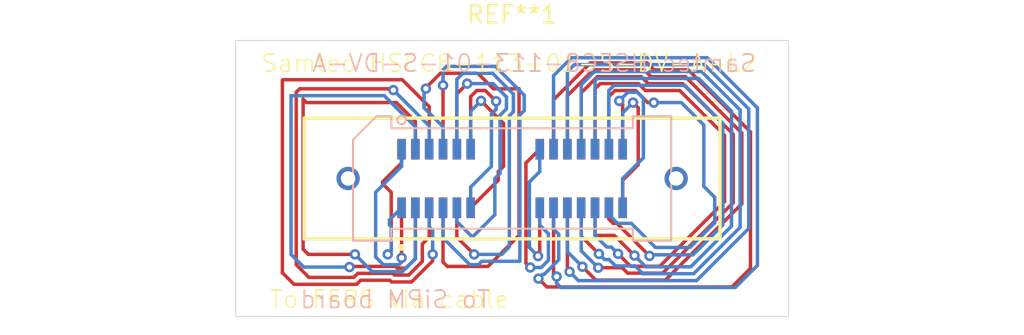
<source format=kicad_pcb>
(kicad_pcb (version 20240108) (generator "pcbnew") (generator_version "8.0")
  (layers (0 "F.Cu" signal) (31 "B.Cu" signal) (34 "B.Paste" user) (35 "F.Paste" user) (36 "B.SilkS" user "B.Silkscreen") (37 "F.SilkS" user "F.Silkscreen") (38 "B.Mask" user) (39 "F.Mask" user) (44 "Edge.Cuts" user))
  (net 0 "")
  (net 1 "net1")
  (net 2 "net2")
  (net 3 "net4")
  (net 4 "net6")
  (net 5 "net8")
  (net 6 "net10")
  (net 7 "net12")
  (net 8 "net3")
  (net 9 "net5")
  (net 10 "net7")
  (net 11 "net11")
  (net 12 "net9")
  (net 13 "net13")
  (net 14 "net15")
  (net 15 "net17")
  (net 16 "net19")
  (net 17 "net21")
  (net 18 "net23")
  (net 19 "net25")
  (net 20 "net14")
  (net 21 "net16")
  (net 22 "net18")
  (net 23 "net20")
  (net 24 "net22")
  (net 25 "net24")
  (net 26 "net26")
  (footprint "Connector_Samtec_HSEC8:SAMTEC_HSEC8-113-01-X-DV-A-L2" (layer "F.Cu") (at 130 70)
    (property "Reference" "REF**1" (at 0 -9.5 0) (layer "F.SilkS"))
    (property "Value" "SAMTEC_HSEC8-113-01-X-DV-A-L2")
    (fp_line (start -12.035 -3.5) (end 12.035 -3.5) (stroke (width 0.2)) (layer "F.SilkS"))
    (fp_line (start -12.035 3.5) (end -12.035 -3.5) (stroke (width 0.2)) (layer "F.SilkS"))
    (fp_line (start 12.035 -3.5) (end 12.035 3.5) (stroke (width 0.2)) (layer "F.SilkS"))
    (fp_line (start 12.035 3.5) (end -12.035 3.5) (stroke (width 0.2)) (layer "F.SilkS"))
    (fp_circle (center -6.4 4) (end -6.3 4) (stroke (width 0.2)) (fill none) (layer "F.SilkS"))
    (pad "" np_thru_hole circle (at -10.745 1.5) (size 1.27 1.27) (drill 1.27) (layers "F&B.Cu" "*.Mask"))
    (pad "" np_thru_hole circle (at 10.745 1.5) (size 1.27 1.27) (drill 1.27) (layers "F&B.Cu" "*.Mask"))
    (pad "01" smd rect (at -6.4 1.7) (size 0.5 1.2) (layers "F.Cu" "F.Paste" "F.Mask") (net 1 "net1"))
    (pad "02" smd rect (at -6.4 -1.7) (size 0.5 1.2) (layers "F.Cu" "F.Paste" "F.Mask") (net 2 "net2"))
    (pad "03" smd rect (at -5.6 1.7) (size 0.5 1.2) (layers "F.Cu" "F.Paste" "F.Mask") (net 8 "net3"))
    (pad "04" smd rect (at -5.6 -1.7) (size 0.5 1.2) (layers "F.Cu" "F.Paste" "F.Mask") (net 3 "net4"))
    (pad "05" smd rect (at -4.8 1.7) (size 0.5 1.2) (layers "F.Cu" "F.Paste" "F.Mask") (net 9 "net5"))
    (pad "06" smd rect (at -4.8 -1.7) (size 0.5 1.2) (layers "F.Cu" "F.Paste" "F.Mask") (net 4 "net6"))
    (pad "07" smd rect (at -4 1.7) (size 0.5 1.2) (layers "F.Cu" "F.Paste" "F.Mask") (net 10 "net7"))
    (pad "08" smd rect (at -4 -1.7) (size 0.5 1.2) (layers "F.Cu" "F.Paste" "F.Mask") (net 5 "net8"))
    (pad "09" smd rect (at -3.2 1.7) (size 0.5 1.2) (layers "F.Cu" "F.Paste" "F.Mask") (net 12 "net9"))
    (pad "10" smd rect (at -3.2 -1.7) (size 0.5 1.2) (layers "F.Cu" "F.Paste" "F.Mask") (net 6 "net10"))
    (pad "11" smd rect (at -2.4 1.7) (size 0.5 1.2) (layers "F.Cu" "F.Paste" "F.Mask") (net 11 "net11"))
    (pad "12" smd rect (at -2.4 -1.7) (size 0.5 1.2) (layers "F.Cu" "F.Paste" "F.Mask") (net 7 "net12"))
    (pad "13" smd rect (at 1.6 1.7) (size 0.5 1.2) (layers "F.Cu" "F.Paste" "F.Mask") (net 13 "net13"))
    (pad "14" smd rect (at 1.6 -1.7) (size 0.5 1.2) (layers "F.Cu" "F.Paste" "F.Mask") (net 20 "net14"))
    (pad "15" smd rect (at 2.4 1.7) (size 0.5 1.2) (layers "F.Cu" "F.Paste" "F.Mask") (net 14 "net15"))
    (pad "16" smd rect (at 2.4 -1.7) (size 0.5 1.2) (layers "F.Cu" "F.Paste" "F.Mask") (net 21 "net16"))
    (pad "17" smd rect (at 3.2 1.7) (size 0.5 1.2) (layers "F.Cu" "F.Paste" "F.Mask") (net 15 "net17"))
    (pad "18" smd rect (at 3.2 -1.7) (size 0.5 1.2) (layers "F.Cu" "F.Paste" "F.Mask") (net 22 "net18"))
    (pad "19" smd rect (at 4 1.7) (size 0.5 1.2) (layers "F.Cu" "F.Paste" "F.Mask") (net 16 "net19"))
    (pad "20" smd rect (at 4 -1.7) (size 0.5 1.2) (layers "F.Cu" "F.Paste" "F.Mask") (net 23 "net20"))
    (pad "21" smd rect (at 4.8 1.7) (size 0.5 1.2) (layers "F.Cu" "F.Paste" "F.Mask") (net 17 "net21"))
    (pad "22" smd rect (at 4.8 -1.7) (size 0.5 1.2) (layers "F.Cu" "F.Paste" "F.Mask") (net 24 "net22"))
    (pad "23" smd rect (at 5.6 1.7) (size 0.5 1.2) (layers "F.Cu" "F.Paste" "F.Mask") (net 18 "net23"))
    (pad "24" smd rect (at 5.6 -1.7) (size 0.5 1.2) (layers "F.Cu" "F.Paste" "F.Mask") (net 25 "net24"))
    (pad "25" smd rect (at 6.4 1.7) (size 0.5 1.2) (layers "F.Cu" "F.Paste" "F.Mask") (net 19 "net25"))
    (pad "26" smd rect (at 6.4 -1.7) (size 0.5 1.2) (layers "F.Cu" "F.Paste" "F.Mask") (net 26 "net26"))
    (pad "S1" thru_hole circle (at -9.495 0) (size 1.348 1.348) (drill 0.84) (layers "*.Cu" "*.Mask"))
    (pad "S2" thru_hole circle (at 9.495 0) (size 1.348 1.348) (drill 0.84) (layers "*.Cu" "*.Mask"))
  )
  (footprint "Connector_Samtec_HSEC8:Samtec_HSEC8-113-01-X-DV-A_2x13_P0.8mm_Pol06_Socket_AlignmentPins" (layer "B.Cu") (at 130 70)
    (property "Reference" "REF**" (hide yes))
    (property "Value" "Samtec_HSEC8-113-01-X-DV-A_2x13_P0.8mm_Pol06_Socket_AlignmentPins")
    (fp_line (start -9.21 -2.245563) (end -7.845563 -3.61) (stroke (width 0.12)) (layer "B.SilkS"))
    (fp_line (start -9.21 3.61) (end -9.21 -2.245563) (stroke (width 0.12)) (layer "B.SilkS"))
    (fp_line (start -7.845563 -3.61) (end -6.99 -3.61) (stroke (width 0.12)) (layer "B.SilkS"))
    (fp_line (start -6.99 -3.61) (end -6.99 -2.91) (stroke (width 0.12)) (layer "B.SilkS"))
    (fp_line (start -6.99 -2.91) (end 6.99 -2.91) (stroke (width 0.12)) (layer "B.SilkS"))
    (fp_line (start -6.99 2.91) (end -6.99 3.61) (stroke (width 0.12)) (layer "B.SilkS"))
    (fp_line (start -6.99 3.61) (end -9.21 3.61) (stroke (width 0.12)) (layer "B.SilkS"))
    (fp_line (start 6.99 -3.61) (end 9.21 -3.61) (stroke (width 0.12)) (layer "B.SilkS"))
    (fp_line (start 6.99 -2.91) (end 6.99 -3.61) (stroke (width 0.12)) (layer "B.SilkS"))
    (fp_line (start 6.99 2.91) (end -6.99 2.91) (stroke (width 0.12)) (layer "B.SilkS"))
    (fp_line (start 6.99 3.61) (end 6.99 2.91) (stroke (width 0.12)) (layer "B.SilkS"))
    (fp_line (start 9.21 -3.61) (end 9.21 3.61) (stroke (width 0.12)) (layer "B.SilkS"))
    (fp_line (start 9.21 3.61) (end 6.99 3.61) (stroke (width 0.12)) (layer "B.SilkS"))
    (fp_arc (start -6.15 -3.4) (mid -6.65 -3.4) (end -6.15 -3.4) (stroke (width 0.12)) (layer "B.SilkS"))
    (pad "" np_thru_hole circle (at -7.9 -1.5) (size 1.27 1.27) (drill 1.27) (layers "*.Cu" "*.Mask"))
    (pad "" np_thru_hole circle (at 7.9 0) (size 1.27 1.27) (drill 1.27) (layers "*.Cu" "*.Mask"))
    (pad "1" smd roundrect (at -6.4 -1.7) (size 0.5 1.2) (layers "B.Cu" "B.Paste" "B.Mask") (net 1 "net1"))
    (pad "2" smd roundrect (at -6.4 1.7) (size 0.5 1.2) (layers "B.Cu" "B.Paste" "B.Mask") (net 2 "net2"))
    (pad "3" smd roundrect (at -5.6 -1.7) (size 0.5 1.2) (layers "B.Cu" "B.Paste" "B.Mask") (net 8 "net3"))
    (pad "4" smd roundrect (at -5.6 1.7) (size 0.5 1.2) (layers "B.Cu" "B.Paste" "B.Mask") (net 3 "net4"))
    (pad "5" smd roundrect (at -4.8 -1.7) (size 0.5 1.2) (layers "B.Cu" "B.Paste" "B.Mask") (net 9 "net5"))
    (pad "6" smd roundrect (at -4.8 1.7) (size 0.5 1.2) (layers "B.Cu" "B.Paste" "B.Mask") (net 4 "net6"))
    (pad "7" smd roundrect (at -4 -1.7) (size 0.5 1.2) (layers "B.Cu" "B.Paste" "B.Mask") (net 10 "net7"))
    (pad "8" smd roundrect (at -4 1.7) (size 0.5 1.2) (layers "B.Cu" "B.Paste" "B.Mask") (net 5 "net8"))
    (pad "9" smd roundrect (at -3.2 -1.7) (size 0.5 1.2) (layers "B.Cu" "B.Paste" "B.Mask") (net 12 "net9"))
    (pad "10" smd roundrect (at -3.2 1.7) (size 0.5 1.2) (layers "B.Cu" "B.Paste" "B.Mask") (net 6 "net10"))
    (pad "11" smd roundrect (at -2.4 -1.7) (size 0.5 1.2) (layers "B.Cu" "B.Paste" "B.Mask") (net 11 "net11"))
    (pad "12" smd roundrect (at -2.4 1.7) (size 0.5 1.2) (layers "B.Cu" "B.Paste" "B.Mask") (net 7 "net12"))
    (pad "13" smd roundrect (at 1.6 -1.7) (size 0.5 1.2) (layers "B.Cu" "B.Paste" "B.Mask") (net 13 "net13"))
    (pad "14" smd roundrect (at 1.6 1.7) (size 0.5 1.2) (layers "B.Cu" "B.Paste" "B.Mask") (net 20 "net14"))
    (pad "15" smd roundrect (at 2.4 -1.7) (size 0.5 1.2) (layers "B.Cu" "B.Paste" "B.Mask") (net 14 "net15"))
    (pad "16" smd roundrect (at 2.4 1.7) (size 0.5 1.2) (layers "B.Cu" "B.Paste" "B.Mask") (net 21 "net16"))
    (pad "17" smd roundrect (at 3.2 -1.7) (size 0.5 1.2) (layers "B.Cu" "B.Paste" "B.Mask") (net 15 "net17"))
    (pad "18" smd roundrect (at 3.2 1.7) (size 0.5 1.2) (layers "B.Cu" "B.Paste" "B.Mask") (net 22 "net18"))
    (pad "19" smd roundrect (at 4 -1.7) (size 0.5 1.2) (layers "B.Cu" "B.Paste" "B.Mask") (net 16 "net19"))
    (pad "20" smd roundrect (at 4 1.7) (size 0.5 1.2) (layers "B.Cu" "B.Paste" "B.Mask") (net 23 "net20"))
    (pad "21" smd roundrect (at 4.8 -1.7) (size 0.5 1.2) (layers "B.Cu" "B.Paste" "B.Mask") (net 17 "net21"))
    (pad "22" smd roundrect (at 4.8 1.7) (size 0.5 1.2) (layers "B.Cu" "B.Paste" "B.Mask") (net 24 "net22"))
    (pad "23" smd roundrect (at 5.6 -1.7) (size 0.5 1.2) (layers "B.Cu" "B.Paste" "B.Mask") (net 18 "net23"))
    (pad "24" smd roundrect (at 5.6 1.7) (size 0.5 1.2) (layers "B.Cu" "B.Paste" "B.Mask") (net 25 "net24"))
    (pad "25" smd roundrect (at 6.4 -1.7) (size 0.5 1.2) (layers "B.Cu" "B.Paste" "B.Mask") (net 19 "net25"))
    (pad "26" smd roundrect (at 6.4 1.7) (size 0.5 1.2) (layers "B.Cu" "B.Paste" "B.Mask") (net 26 "net26"))
  )
  (gr_rect (start 114 62) (end 146 78) (stroke (width 0.05)) (fill none) (layer "Edge.Cuts"))
  (gr_text "To SiPM board" (at 128.8 77.6 0) (layer "B.SilkS") (effects (font (size 1 1) (thickness 0.1)) (justify left bottom mirror)))
  (gr_text "Samtec HSEC8-113-01-S-DV-A" (at 144.2 63.9 0) (layer "B.SilkS") (effects (font (size 1 1) (thickness 0.1)) (justify left bottom mirror)))
  (gr_text "Samtec HSEC8-113-01-S-DV-A-L2" (at 115.4 63.9 0) (layer "F.SilkS") (effects (font (size 1 1) (thickness 0.1)) (justify left bottom)))
  (gr_text "To FERS via cable" (at 115.9 77.6 0) (layer "F.SilkS") (effects (font (size 1 1) (thickness 0.1)) (justify left bottom)))
  (segment (start 123.6 71.7) (end 123.6 74.6) (width 0.2) (layer "F.Cu") (net 1))
  (via (at 123.6 74.6) (size 0.6) (drill 0.3) (layers "F.Cu" "B.Cu") (net 1))
  (segment (start 123.6 69.3) (end 123.6 68.3) (width 0.2) (layer "B.Cu") (net 1))
  (segment (start 123.6 74.6) (end 123.6 74.848529) (width 0.2) (layer "B.Cu") (net 1))
  (segment (start 122.551471 75) (end 122.1 74.548529) (width 0.2) (layer "B.Cu") (net 1))
  (segment (start 123.6 74.848529) (end 123.448529 75) (width 0.2) (layer "B.Cu") (net 1))
  (segment (start 122.1 74.548529) (end 122.1 70.8) (width 0.2) (layer "B.Cu") (net 1))
  (segment (start 123.448529 75) (end 122.551471 75) (width 0.2) (layer "B.Cu") (net 1))
  (segment (start 122.1 70.8) (end 123.6 69.3) (width 0.2) (layer "B.Cu") (net 1))
  (segment (start 123.6 69.1) (end 123.6 68.3) (width 0.2) (layer "F.Cu") (net 2))
  (segment (start 123 74.2) (end 123 70.8) (width 0.2) (layer "F.Cu") (net 2))
  (segment (start 122.5 70.3) (end 122.5 70.2) (width 0.2) (layer "F.Cu") (net 2))
  (segment (start 123 70.8) (end 122.5 70.3) (width 0.2) (layer "F.Cu") (net 2))
  (segment (start 122.8 74.4) (end 123 74.2) (width 0.2) (layer "F.Cu") (net 2))
  (segment (start 122.5 70.2) (end 123.6 69.1) (width 0.2) (layer "F.Cu") (net 2))
  (via (at 122.8 74.4) (size 0.6) (drill 0.3) (layers "F.Cu" "B.Cu") (net 2))
  (segment (start 122.9 72.7) (end 122.9 72.4) (width 0.2) (layer "B.Cu") (net 2))
  (segment (start 122.9 72.4) (end 123.6 71.7) (width 0.2) (layer "B.Cu") (net 2))
  (segment (start 122.8 74.4) (end 123 74.2) (width 0.2) (layer "B.Cu") (net 2))
  (segment (start 123 74.2) (end 123 72.8) (width 0.2) (layer "B.Cu") (net 2))
  (segment (start 123 72.8) (end 122.9 72.7) (width 0.2) (layer "B.Cu") (net 2))
  (segment (start 123.3 65.6) (end 124.4 66.7) (width 0.2) (layer "F.Cu") (net 3))
  (segment (start 118.2 74.4) (end 117.9 74.1) (width 0.2) (layer "F.Cu") (net 3))
  (segment (start 118.1 65.6) (end 123.3 65.6) (width 0.2) (layer "F.Cu") (net 3))
  (segment (start 117.9 74.1) (end 117.9 65.4) (width 0.2) (layer "F.Cu") (net 3))
  (segment (start 117.9 65.4) (end 118.1 65.6) (width 0.2) (layer "F.Cu") (net 3))
  (segment (start 120.9 74.4) (end 118.2 74.4) (width 0.2) (layer "F.Cu") (net 3))
  (segment (start 124.4 66.7) (end 124.4 68.3) (width 0.2) (layer "F.Cu") (net 3))
  (via (at 120.9 74.4) (size 0.6) (drill 0.3) (layers "F.Cu" "B.Cu") (net 3))
  (segment (start 124.4 74.648529) (end 124.4 71.7) (width 0.2) (layer "B.Cu") (net 3))
  (segment (start 121.9 75.4) (end 123.648529 75.4) (width 0.2) (layer "B.Cu") (net 3))
  (segment (start 120.9 74.4) (end 121.9 75.4) (width 0.2) (layer "B.Cu") (net 3))
  (segment (start 123.648529 75.4) (end 124.4 74.648529) (width 0.2) (layer "B.Cu") (net 3))
  (segment (start 125.4 74.7799) (end 124.1799 76) (width 0.2) (layer "F.Cu") (net 4))
  (segment (start 120.999079 76.135318) (end 117.369632 76.135318) (width 0.2) (layer "F.Cu") (net 4))
  (segment (start 123.64142 64.275735) (end 125.2 65.834315) (width 0.2) (layer "F.Cu") (net 4))
  (segment (start 116.724265 64.275735) (end 123.64142 64.275735) (width 0.2) (layer "F.Cu") (net 4))
  (segment (start 116.7 64.3) (end 116.724265 64.275735) (width 0.2) (layer "F.Cu") (net 4))
  (segment (start 124.1799 76) (end 123.0201 76) (width 0.2) (layer "F.Cu") (net 4))
  (segment (start 117.369632 76.135318) (end 116.7 75.465686) (width 0.2) (layer "F.Cu") (net 4))
  (segment (start 116.7 75.465686) (end 116.7 64.3) (width 0.2) (layer "F.Cu") (net 4))
  (segment (start 122.9201 75.9) (end 121.234397 75.9) (width 0.2) (layer "F.Cu") (net 4))
  (segment (start 125.4 74.4) (end 125.4 74.7799) (width 0.2) (layer "F.Cu") (net 4))
  (segment (start 121.234397 75.9) (end 120.999079 76.135318) (width 0.2) (layer "F.Cu") (net 4))
  (segment (start 123.0201 76) (end 122.9201 75.9) (width 0.2) (layer "F.Cu") (net 4))
  (segment (start 125.2 65.834315) (end 125.2 68.3) (width 0.2) (layer "F.Cu") (net 4))
  (via (at 125.4 74.4) (size 0.6) (drill 0.3) (layers "F.Cu" "B.Cu") (net 4))
  (segment (start 125.4 73) (end 125.2 72.8) (width 0.2) (layer "B.Cu") (net 4))
  (segment (start 125.4 74.4) (end 125.4 73) (width 0.2) (layer "B.Cu") (net 4))
  (segment (start 125.2 72.8) (end 125.2 71.7) (width 0.2) (layer "B.Cu") (net 4))
  (segment (start 126 68.3) (end 126 64.6) (width 0.2) (layer "F.Cu") (net 5))
  (via (at 126 64.6) (size 0.6) (drill 0.3) (layers "F.Cu" "B.Cu") (net 5))
  (segment (start 130.45 66.315686) (end 130.45 74.8) (width 0.2) (layer "B.Cu") (net 5))
  (segment (start 130.472469 64.944039) (end 130.7 65.171571) (width 0.2) (layer "B.Cu") (net 5))
  (segment (start 127.551471 75) (end 126.175735 73.624265) (width 0.2) (layer "B.Cu") (net 5))
  (segment (start 126 73.44853) (end 126.175735 73.624265) (width 0.2) (layer "B.Cu") (net 5))
  (segment (start 129.02843 63.5) (end 130.472469 64.944039) (width 0.2) (layer "B.Cu") (net 5))
  (segment (start 130.7 65.171571) (end 130.7 66.065686) (width 0.2) (layer "B.Cu") (net 5))
  (segment (start 128.248529 74.8) (end 128.048529 75) (width 0.2) (layer "B.Cu") (net 5))
  (segment (start 126 63.7) (end 126.2 63.5) (width 0.2) (layer "B.Cu") (net 5))
  (segment (start 126.2 63.5) (end 129.02843 63.5) (width 0.2) (layer "B.Cu") (net 5))
  (segment (start 126 71.7) (end 126 73.44853) (width 0.2) (layer "B.Cu") (net 5))
  (segment (start 126 64.6) (end 126 63.7) (width 0.2) (layer "B.Cu") (net 5))
  (segment (start 130.7 66.065686) (end 130.45 66.315686) (width 0.2) (layer "B.Cu") (net 5))
  (segment (start 130.45 74.8) (end 128.248529 74.8) (width 0.2) (layer "B.Cu") (net 5))
  (segment (start 126.175735 73.624265) (end 126 73.448529) (width 0.2) (layer "B.Cu") (net 5))
  (segment (start 128.048529 75) (end 127.551471 75) (width 0.2) (layer "B.Cu") (net 5))
  (segment (start 126.8 65.1) (end 126.8 68.3) (width 0.2) (layer "F.Cu") (net 6))
  (segment (start 127.4 64.5) (end 126.8 65.1) (width 0.2) (layer "F.Cu") (net 6))
  (via (at 127.4 64.5) (size 0.6) (drill 0.3) (layers "F.Cu" "B.Cu") (net 6))
  (segment (start 127.4 64.5) (end 128.897058 64.5) (width 0.2) (layer "B.Cu") (net 6))
  (segment (start 126.8 72.5) (end 126.8 71.7) (width 0.2) (layer "B.Cu") (net 6))
  (segment (start 129 70) (end 129 72.1) (width 0.2) (layer "B.Cu") (net 6))
  (segment (start 127.7 73.4) (end 126.8 72.5) (width 0.2) (layer "B.Cu") (net 6))
  (segment (start 129.3 69.7) (end 129 70) (width 0.2) (layer "B.Cu") (net 6))
  (segment (start 129.672469 65.961845) (end 129.3 66.334314) (width 0.2) (layer "B.Cu") (net 6))
  (segment (start 129.672469 65.275411) (end 129.672469 65.961845) (width 0.2) (layer "B.Cu") (net 6))
  (segment (start 128.897058 64.5) (end 129.672469 65.275411) (width 0.2) (layer "B.Cu") (net 6))
  (segment (start 129 72.1) (end 127.7 73.4) (width 0.2) (layer "B.Cu") (net 6))
  (segment (start 129.3 66.334314) (end 129.3 69.7) (width 0.2) (layer "B.Cu") (net 6))
  (segment (start 129.072469 65.52394) (end 128.448529 64.9) (width 0.2) (layer "F.Cu") (net 7))
  (segment (start 127.6 65.251471) (end 127.6 68.3) (width 0.2) (layer "F.Cu") (net 7))
  (segment (start 128.448529 64.9) (end 127.951471 64.9) (width 0.2) (layer "F.Cu") (net 7))
  (segment (start 127.951471 64.9) (end 127.6 65.251471) (width 0.2) (layer "F.Cu") (net 7))
  (via (at 129.072469 65.52394) (size 0.6) (drill 0.3) (layers "F.Cu" "B.Cu") (net 7))
  (segment (start 128.8 66.268628) (end 128.8 69.3) (width 0.2) (layer "B.Cu") (net 7))
  (segment (start 127.6 70.5) (end 127.6 71.7) (width 0.2) (layer "B.Cu") (net 7))
  (segment (start 128.8 69.3) (end 127.6 70.5) (width 0.2) (layer "B.Cu") (net 7))
  (segment (start 129.072469 65.52394) (end 129.072469 65.996159) (width 0.2) (layer "B.Cu") (net 7))
  (segment (start 129.072469 65.996159) (end 128.8 66.268628) (width 0.2) (layer "B.Cu") (net 7))
  (segment (start 123.351471 75.2) (end 123.848529 75.2) (width 0.2) (layer "F.Cu") (net 8))
  (segment (start 120.620182 75.1) (end 123.251471 75.1) (width 0.2) (layer "F.Cu") (net 8))
  (segment (start 120.584864 75.135318) (end 120.620182 75.1) (width 0.2) (layer "F.Cu") (net 8))
  (segment (start 123.848529 75.2) (end 124.4 74.648529) (width 0.2) (layer "F.Cu") (net 8))
  (segment (start 124.4 74.648529) (end 124.4 71.7) (width 0.2) (layer "F.Cu") (net 8))
  (segment (start 123.251471 75.1) (end 123.351471 75.2) (width 0.2) (layer "F.Cu") (net 8))
  (via (at 120.584864 75.135318) (size 0.6) (drill 0.3) (layers "F.Cu" "B.Cu") (net 8))
  (segment (start 117.2 74.4) (end 117.2 65.2) (width 0.2) (layer "B.Cu") (net 8))
  (segment (start 120.584864 75.135318) (end 117.935318 75.135318) (width 0.2) (layer "B.Cu") (net 8))
  (segment (start 122.6 65.2) (end 124.4 67) (width 0.2) (layer "B.Cu") (net 8))
  (segment (start 117.2 65.2) (end 122.6 65.2) (width 0.2) (layer "B.Cu") (net 8))
  (segment (start 124.4 67) (end 124.4 68.3) (width 0.2) (layer "B.Cu") (net 8))
  (segment (start 117.935318 75.135318) (end 117.2 74.4) (width 0.2) (layer "B.Cu") (net 8))
  (segment (start 117.7 64.8) (end 117.5 65) (width 0.2) (layer "F.Cu") (net 9))
  (segment (start 123.185785 75.6) (end 124.014215 75.6) (width 0.2) (layer "F.Cu") (net 9))
  (segment (start 124.8 73.8) (end 125.2 73.4) (width 0.2) (layer "F.Cu") (net 9))
  (segment (start 117.5 65) (end 117.5 75) (width 0.2) (layer "F.Cu") (net 9))
  (segment (start 123.085785 75.5) (end 123.185785 75.6) (width 0.2) (layer "F.Cu") (net 9))
  (segment (start 124.248529 75.365685) (end 124.8 74.814215) (width 0.2) (layer "F.Cu") (net 9))
  (segment (start 124.8 74.814215) (end 124.8 73.8) (width 0.2) (layer "F.Cu") (net 9))
  (segment (start 123.04853 64.8) (end 117.7 64.8) (width 0.2) (layer "F.Cu") (net 9))
  (segment (start 123.124265 64.875735) (end 123.04853 64.8) (width 0.2) (layer "F.Cu") (net 9))
  (segment (start 118.235318 75.735318) (end 120.833393 75.735318) (width 0.2) (layer "F.Cu") (net 9))
  (segment (start 117.5 75) (end 118.235318 75.735318) (width 0.2) (layer "F.Cu") (net 9))
  (segment (start 125.2 73.4) (end 125.2 71.7) (width 0.2) (layer "F.Cu") (net 9))
  (segment (start 121.068711 75.5) (end 123.085785 75.5) (width 0.2) (layer "F.Cu") (net 9))
  (segment (start 124.014215 75.6) (end 124.248529 75.365685) (width 0.2) (layer "F.Cu") (net 9))
  (segment (start 120.833393 75.735318) (end 121.068711 75.5) (width 0.2) (layer "F.Cu") (net 9))
  (via (at 123.124265 64.875735) (size 0.6) (drill 0.3) (layers "F.Cu" "B.Cu") (net 9))
  (segment (start 123.124265 64.875735) (end 125.2 66.95147) (width 0.2) (layer "B.Cu") (net 9))
  (segment (start 125.2 66.95147) (end 125.2 68.3) (width 0.2) (layer "B.Cu") (net 9))
  (segment (start 130.4 64.8) (end 130.4 73.3) (width 0.2) (layer "F.Cu") (net 10))
  (segment (start 128.914215 64.8) (end 130.4 64.8) (width 0.2) (layer "F.Cu") (net 10))
  (segment (start 126.251471 75.1) (end 126 74.848529) (width 0.2) (layer "F.Cu") (net 10))
  (segment (start 125.007107 64.744364) (end 125.851471 63.9) (width 0.2) (layer "F.Cu") (net 10))
  (segment (start 130.4 73.3) (end 128.6 75.1) (width 0.2) (layer "F.Cu") (net 10))
  (segment (start 128.6 75.1) (end 126.251471 75.1) (width 0.2) (layer "F.Cu") (net 10))
  (segment (start 126 74.848529) (end 126 71.7) (width 0.2) (layer "F.Cu") (net 10))
  (segment (start 125.851471 63.9) (end 128.014215 63.9) (width 0.2) (layer "F.Cu") (net 10))
  (segment (start 128.014215 63.9) (end 128.914215 64.8) (width 0.2) (layer "F.Cu") (net 10))
  (segment (start 125.007107 64.792893) (end 125.007107 64.744364) (width 0.2) (layer "F.Cu") (net 10))
  (via (at 125.007107 64.792893) (size 0.6) (drill 0.3) (layers "F.Cu" "B.Cu") (net 10))
  (segment (start 125.007107 64.792893) (end 124.9 64.9) (width 0.2) (layer "B.Cu") (net 10))
  (segment (start 126 67) (end 126 68.3) (width 0.2) (layer "B.Cu") (net 10))
  (segment (start 124.9 64.9) (end 124.9 65.9) (width 0.2) (layer "B.Cu") (net 10))
  (segment (start 124.9 65.9) (end 126 67) (width 0.2) (layer "B.Cu") (net 10))
  (segment (start 129.2 70.1) (end 127.6 71.7) (width 0.2) (layer "F.Cu") (net 11))
  (segment (start 129.2 69.6) (end 129.2 70.1) (width 0.2) (layer "F.Cu") (net 11))
  (segment (start 129.5 69.3) (end 129.2 69.6) (width 0.2) (layer "F.Cu") (net 11))
  (segment (start 129.5 66.8) (end 129.5 69.3) (width 0.2) (layer "F.Cu") (net 11))
  (segment (start 128.2 65.5) (end 129.5 66.8) (width 0.2) (layer "F.Cu") (net 11))
  (via (at 128.2 65.5) (size 0.6) (drill 0.3) (layers "F.Cu" "B.Cu") (net 11))
  (segment (start 127.6 66.1) (end 127.6 68.3) (width 0.2) (layer "B.Cu") (net 11))
  (segment (start 128.2 65.5) (end 127.6 66.1) (width 0.2) (layer "B.Cu") (net 11))
  (segment (start 126.8 73.4) (end 126.8 71.7) (width 0.2) (layer "F.Cu") (net 12))
  (segment (start 127.8 74.4) (end 126.8 73.4) (width 0.2) (layer "F.Cu") (net 12))
  (via (at 127.8 74.4) (size 0.6) (drill 0.3) (layers "F.Cu" "B.Cu") (net 12))
  (segment (start 127.151471 63.9) (end 126.8 64.251471) (width 0.2) (layer "B.Cu") (net 12))
  (segment (start 129.838154 73.961846) (end 129.838154 66.361845) (width 0.2) (layer "B.Cu") (net 12))
  (segment (start 127.8 74.4) (end 129.4 74.4) (width 0.2) (layer "B.Cu") (net 12))
  (segment (start 130.072469 65.109725) (end 128.862744 63.9) (width 0.2) (layer "B.Cu") (net 12))
  (segment (start 130.072469 66.127531) (end 130.072469 65.109725) (width 0.2) (layer "B.Cu") (net 12))
  (segment (start 128.862744 63.9) (end 127.151471 63.9) (width 0.2) (layer "B.Cu") (net 12))
  (segment (start 129.838154 66.361845) (end 130.072469 66.127531) (width 0.2) (layer "B.Cu") (net 12))
  (segment (start 129.4 74.4) (end 129.838154 73.961846) (width 0.2) (layer "B.Cu") (net 12))
  (segment (start 126.8 64.251471) (end 126.8 68.3) (width 0.2) (layer "B.Cu") (net 12))
  (segment (start 131.6 74.4) (end 131.6 71.7) (width 0.2) (layer "F.Cu") (net 13))
  (segment (start 131.5 74.5) (end 131.6 74.4) (width 0.2) (layer "F.Cu") (net 13))
  (via (at 131.5 74.5) (size 0.6) (drill 0.3) (layers "F.Cu" "B.Cu") (net 13))
  (segment (start 131.6 69.6) (end 131.6 68.3) (width 0.2) (layer "B.Cu") (net 13))
  (segment (start 131 74) (end 131 70.2) (width 0.2) (layer "B.Cu") (net 13))
  (segment (start 131 70.2) (end 131.6 69.6) (width 0.2) (layer "B.Cu") (net 13))
  (segment (start 131.5 74.5) (end 131 74) (width 0.2) (layer "B.Cu") (net 13))
  (segment (start 132.575949 75.686795) (end 132.4 75.510846) (width 0.2) (layer "F.Cu") (net 14))
  (segment (start 132.4 75.510846) (end 132.4 71.7) (width 0.2) (layer "F.Cu") (net 14))
  (via (at 132.575949 75.686795) (size 0.6) (drill 0.3) (layers "F.Cu" "B.Cu") (net 14))
  (segment (start 132.821314 76.321314) (end 142.921314 76.321314) (width 0.2) (layer "B.Cu") (net 14))
  (segment (start 142.921314 76.321314) (end 144.2 75.042628) (width 0.2) (layer "B.Cu") (net 14))
  (segment (start 144.2 65.902942) (end 141.297058 63) (width 0.2) (layer "B.Cu") (net 14))
  (segment (start 132.4 64.037257) (end 132.4 68.3) (width 0.2) (layer "B.Cu") (net 14))
  (segment (start 132.8 63.637256) (end 132.4 64.037257) (width 0.2) (layer "B.Cu") (net 14))
  (segment (start 132.575949 75.686795) (end 132.575949 76.075949) (width 0.2) (layer "B.Cu") (net 14))
  (segment (start 141.297058 63) (end 133.437256 63) (width 0.2) (layer "B.Cu") (net 14))
  (segment (start 132.575949 76.075949) (end 132.821314 76.321314) (width 0.2) (layer "B.Cu") (net 14))
  (segment (start 144.2 75.042628) (end 144.2 65.902942) (width 0.2) (layer "B.Cu") (net 14))
  (segment (start 133.437256 63) (end 132.8 63.637256) (width 0.2) (layer "B.Cu") (net 14))
  (segment (start 133.325463 75.407101) (end 133.2 75.281638) (width 0.2) (layer "F.Cu") (net 15))
  (segment (start 133.2 75.281638) (end 133.2 71.7) (width 0.2) (layer "F.Cu") (net 15))
  (via (at 133.325463 75.407101) (size 0.6) (drill 0.3) (layers "F.Cu" "B.Cu") (net 15))
  (segment (start 133.325463 75.407101) (end 133.839676 75.921314) (width 0.2) (layer "B.Cu") (net 15))
  (segment (start 133.2 63.802942) (end 133.401471 63.601471) (width 0.2) (layer "B.Cu") (net 15))
  (segment (start 143.7 72.897058) (end 143.7 65.968628) (width 0.2) (layer "B.Cu") (net 15))
  (segment (start 133.2 68.3) (end 133.2 63.802942) (width 0.2) (layer "B.Cu") (net 15))
  (segment (start 133.602942 63.4) (end 133.401471 63.601471) (width 0.2) (layer "B.Cu") (net 15))
  (segment (start 141.131372 63.4) (end 133.602942 63.4) (width 0.2) (layer "B.Cu") (net 15))
  (segment (start 143.7 65.968628) (end 141.131372 63.4) (width 0.2) (layer "B.Cu") (net 15))
  (segment (start 133.401471 63.601471) (end 133.2 63.802943) (width 0.2) (layer "B.Cu") (net 15))
  (segment (start 133.839676 75.921314) (end 140.675744 75.921314) (width 0.2) (layer "B.Cu") (net 15))
  (segment (start 140.675744 75.921314) (end 143.7 72.897058) (width 0.2) (layer "B.Cu") (net 15))
  (segment (start 135.025735 74.374265) (end 134 73.34853) (width 0.2) (layer "F.Cu") (net 16))
  (segment (start 134 73.34853) (end 134 71.7) (width 0.2) (layer "F.Cu") (net 16))
  (via (at 135.025735 74.374265) (size 0.6) (drill 0.3) (layers "F.Cu" "B.Cu") (net 16))
  (segment (start 143.2 72.831372) (end 143.2 66.034314) (width 0.2) (layer "B.Cu") (net 16))
  (segment (start 140.510058 75.521314) (end 143.2 72.831372) (width 0.2) (layer "B.Cu") (net 16))
  (segment (start 134.768628 63.8) (end 134 64.568629) (width 0.2) (layer "B.Cu") (net 16))
  (segment (start 137.119072 75.069597) (end 137.570789 75.521314) (width 0.2) (layer "B.Cu") (net 16))
  (segment (start 137.570789 75.521314) (end 140.510058 75.521314) (width 0.2) (layer "B.Cu") (net 16))
  (segment (start 135.618102 74.699999) (end 135.9877 75.069597) (width 0.2) (layer "B.Cu") (net 16))
  (segment (start 135.9877 75.069597) (end 137.119072 75.069597) (width 0.2) (layer "B.Cu") (net 16))
  (segment (start 140.965686 63.8) (end 134.768628 63.8) (width 0.2) (layer "B.Cu") (net 16))
  (segment (start 135.351469 74.699999) (end 135.618102 74.699999) (width 0.2) (layer "B.Cu") (net 16))
  (segment (start 134 64.568629) (end 134 68.3) (width 0.2) (layer "B.Cu") (net 16))
  (segment (start 135.025735 74.374265) (end 135.351469 74.699999) (width 0.2) (layer "B.Cu") (net 16))
  (segment (start 143.2 66.034314) (end 140.965686 63.8) (width 0.2) (layer "B.Cu") (net 16))
  (segment (start 135.915161 73.3) (end 134.8 73.3) (width 0.2) (layer "F.Cu") (net 17))
  (segment (start 137.084758 74.469597) (end 135.915161 73.3) (width 0.2) (layer "F.Cu") (net 17))
  (segment (start 134.8 73.3) (end 134.8 71.7) (width 0.2) (layer "F.Cu") (net 17))
  (via (at 137.084758 74.469597) (size 0.6) (drill 0.3) (layers "F.Cu" "B.Cu") (net 17))
  (segment (start 142.7 66.1) (end 140.8 64.2) (width 0.2) (layer "B.Cu") (net 17))
  (segment (start 140.344372 75.121314) (end 142.7 72.765686) (width 0.2) (layer "B.Cu") (net 17))
  (segment (start 140.8 64.2) (end 134.934314 64.2) (width 0.2) (layer "B.Cu") (net 17))
  (segment (start 137.084758 74.469597) (end 137.736475 75.121314) (width 0.2) (layer "B.Cu") (net 17))
  (segment (start 134.934314 64.2) (end 134.8 64.334314) (width 0.2) (layer "B.Cu") (net 17))
  (segment (start 134.8 64.334314) (end 134.8 68.3) (width 0.2) (layer "B.Cu") (net 17))
  (segment (start 142.7 72.765686) (end 142.7 66.1) (width 0.2) (layer "B.Cu") (net 17))
  (segment (start 137.736475 75.121314) (end 140.344372 75.121314) (width 0.2) (layer "B.Cu") (net 17))
  (segment (start 135.85 72.6) (end 135.6 72.35) (width 0.2) (layer "F.Cu") (net 18))
  (segment (start 135.6 72.35) (end 135.6 71.7) (width 0.2) (layer "F.Cu") (net 18))
  (segment (start 137.95359 74.489899) (end 136.063691 72.6) (width 0.2) (layer "F.Cu") (net 18))
  (segment (start 136.063691 72.6) (end 135.85 72.6) (width 0.2) (layer "F.Cu") (net 18))
  (via (at 137.95359 74.489899) (size 0.6) (drill 0.3) (layers "F.Cu" "B.Cu") (net 18))
  (segment (start 135.9 64.6) (end 135.6 64.9) (width 0.2) (layer "B.Cu") (net 18))
  (segment (start 140.475735 74.424265) (end 142.2 72.7) (width 0.2) (layer "B.Cu") (net 18))
  (segment (start 140 64.6) (end 135.9 64.6) (width 0.2) (layer "B.Cu") (net 18))
  (segment (start 142.2 66.8) (end 140 64.6) (width 0.2) (layer "B.Cu") (net 18))
  (segment (start 138.019224 74.424265) (end 140.475735 74.424265) (width 0.2) (layer "B.Cu") (net 18))
  (segment (start 137.95359 74.489899) (end 138.019224 74.424265) (width 0.2) (layer "B.Cu") (net 18))
  (segment (start 142.2 72.7) (end 142.2 66.8) (width 0.2) (layer "B.Cu") (net 18))
  (segment (start 135.6 64.9) (end 135.6 68.3) (width 0.2) (layer "B.Cu") (net 18))
  (segment (start 137.3 69.207) (end 136.4 70.107) (width 0.2) (layer "F.Cu") (net 19))
  (segment (start 136.4 70.107) (end 136.4 71.7) (width 0.2) (layer "F.Cu") (net 19))
  (segment (start 137 65.6) (end 137.3 65.9) (width 0.2) (layer "F.Cu") (net 19))
  (segment (start 137.3 65.9) (end 137.3 69.207) (width 0.2) (layer "F.Cu") (net 19))
  (via (at 137 65.6) (size 0.6) (drill 0.3) (layers "F.Cu" "B.Cu") (net 19))
  (segment (start 137 65.6) (end 136.4 66.2) (width 0.2) (layer "B.Cu") (net 19))
  (segment (start 136.4 66.2) (end 136.4 68.3) (width 0.2) (layer "B.Cu") (net 19))
  (segment (start 131.05 75.161437) (end 130.8 74.911437) (width 0.2) (layer "F.Cu") (net 20))
  (segment (start 130.8 74.911437) (end 130.8 69.1) (width 0.2) (layer "F.Cu") (net 20))
  (segment (start 130.8 69.1) (end 131.6 68.3) (width 0.2) (layer "F.Cu") (net 20))
  (via (at 131.05 75.161437) (size 0.6) (drill 0.3) (layers "F.Cu" "B.Cu") (net 20))
  (segment (start 132.1 74.748529) (end 132.1 73.2) (width 0.2) (layer "B.Cu") (net 20))
  (segment (start 131.05 75.161437) (end 131.687092 75.161437) (width 0.2) (layer "B.Cu") (net 20))
  (segment (start 131.6 72.7) (end 131.6 71.7) (width 0.2) (layer "B.Cu") (net 20))
  (segment (start 132.1 73.2) (end 131.6 72.7) (width 0.2) (layer "B.Cu") (net 20))
  (segment (start 131.687092 75.161437) (end 132.1 74.748529) (width 0.2) (layer "B.Cu") (net 20))
  (segment (start 137.811273 63.3) (end 134.534314 63.3) (width 0.2) (layer "F.Cu") (net 21))
  (segment (start 140.197058 63.7) (end 138.211273 63.7) (width 0.2) (layer "F.Cu") (net 21))
  (segment (start 132.010115 76.289899) (end 142.721455 76.289899) (width 0.2) (layer "F.Cu") (net 21))
  (segment (start 143.8 67.302942) (end 140.197058 63.7) (width 0.2) (layer "F.Cu") (net 21))
  (segment (start 134.534314 63.3) (end 132.4 65.434314) (width 0.2) (layer "F.Cu") (net 21))
  (segment (start 142.721455 76.289899) (end 143.8 75.211354) (width 0.2) (layer "F.Cu") (net 21))
  (segment (start 132.4 65.434314) (end 132.4 68.3) (width 0.2) (layer "F.Cu") (net 21))
  (segment (start 143.8 75.211354) (end 143.8 67.302942) (width 0.2) (layer "F.Cu") (net 21))
  (segment (start 138.211273 63.7) (end 137.811273 63.3) (width 0.2) (layer "F.Cu") (net 21))
  (segment (start 131.525216 75.805) (end 132.010115 76.289899) (width 0.2) (layer "F.Cu") (net 21))
  (via (at 131.525216 75.805) (size 0.6) (drill 0.3) (layers "F.Cu" "B.Cu") (net 21))
  (segment (start 131.768779 75.561437) (end 131.852778 75.561437) (width 0.2) (layer "B.Cu") (net 21))
  (segment (start 132.7 74.714215) (end 132.7 73.234314) (width 0.2) (layer "B.Cu") (net 21))
  (segment (start 131.852778 75.561437) (end 132.7 74.714215) (width 0.2) (layer "B.Cu") (net 21))
  (segment (start 131.525216 75.805) (end 131.768779 75.561437) (width 0.2) (layer "B.Cu") (net 21))
  (segment (start 132.7 73.234314) (end 132.4 72.934314) (width 0.2) (layer "B.Cu") (net 21))
  (segment (start 132.4 72.934314) (end 132.4 71.7) (width 0.2) (layer "B.Cu") (net 21))
  (segment (start 134.07076 75.116349) (end 134.84431 75.889899) (width 0.2) (layer "F.Cu") (net 22))
  (segment (start 133.2 65.2) (end 133.2 68.3) (width 0.2) (layer "F.Cu") (net 22))
  (segment (start 137.645587 63.7) (end 134.7 63.7) (width 0.2) (layer "F.Cu") (net 22))
  (segment (start 143.3 67.368628) (end 140.031372 64.1) (width 0.2) (layer "F.Cu") (net 22))
  (segment (start 138.045587 64.1) (end 137.645587 63.7) (width 0.2) (layer "F.Cu") (net 22))
  (segment (start 138.879473 75.889899) (end 143.3 71.469372) (width 0.2) (layer "F.Cu") (net 22))
  (segment (start 140.031372 64.1) (end 138.045587 64.1) (width 0.2) (layer "F.Cu") (net 22))
  (segment (start 134.7 63.7) (end 133.2 65.2) (width 0.2) (layer "F.Cu") (net 22))
  (segment (start 134.84431 75.889899) (end 138.879473 75.889899) (width 0.2) (layer "F.Cu") (net 22))
  (segment (start 143.3 71.469372) (end 143.3 67.368628) (width 0.2) (layer "F.Cu") (net 22))
  (via (at 134.07076 75.116349) (size 0.6) (drill 0.3) (layers "F.Cu" "B.Cu") (net 22))
  (segment (start 133.2 74.245589) (end 133.2 71.7) (width 0.2) (layer "B.Cu") (net 22))
  (segment (start 134.07076 75.116349) (end 133.2 74.245589) (width 0.2) (layer "B.Cu") (net 22))
  (segment (start 138.713787 75.489899) (end 142.8 71.403686) (width 0.2) (layer "F.Cu") (net 23))
  (segment (start 134.985161 75.175204) (end 136.37615 75.175204) (width 0.2) (layer "F.Cu") (net 23))
  (segment (start 136.690845 75.489899) (end 138.713787 75.489899) (width 0.2) (layer "F.Cu") (net 23))
  (segment (start 137.879901 64.5) (end 137.479901 64.1) (width 0.2) (layer "F.Cu") (net 23))
  (segment (start 136.37615 75.175204) (end 136.690845 75.489899) (width 0.2) (layer "F.Cu") (net 23))
  (segment (start 134 65.034314) (end 134 68.3) (width 0.2) (layer "F.Cu") (net 23))
  (segment (start 134.934314 64.1) (end 134 65.034314) (width 0.2) (layer "F.Cu") (net 23))
  (segment (start 142.8 67.434314) (end 139.865686 64.5) (width 0.2) (layer "F.Cu") (net 23))
  (segment (start 142.8 71.403686) (end 142.8 67.434314) (width 0.2) (layer "F.Cu") (net 23))
  (segment (start 139.865686 64.5) (end 137.879901 64.5) (width 0.2) (layer "F.Cu") (net 23))
  (segment (start 137.479901 64.1) (end 134.934314 64.1) (width 0.2) (layer "F.Cu") (net 23))
  (via (at 134.985161 75.175204) (size 0.6) (drill 0.3) (layers "F.Cu" "B.Cu") (net 23))
  (segment (start 134.777206 74.974265) (end 134 74.197059) (width 0.2) (layer "B.Cu") (net 23))
  (segment (start 134.985161 75.175204) (end 134.784222 74.974265) (width 0.2) (layer "B.Cu") (net 23))
  (segment (start 134 74.197059) (end 134 71.7) (width 0.2) (layer "B.Cu") (net 23))
  (segment (start 134.784222 74.974265) (end 134.777206 74.974265) (width 0.2) (layer "B.Cu") (net 23))
  (segment (start 137.714215 64.9) (end 137.314215 64.5) (width 0.2) (layer "F.Cu") (net 24))
  (segment (start 139.7 64.9) (end 137.714215 64.9) (width 0.2) (layer "F.Cu") (net 24))
  (segment (start 135.1 64.5) (end 134.8 64.8) (width 0.2) (layer "F.Cu") (net 24))
  (segment (start 136.133316 74.366684) (end 136.856531 75.089899) (width 0.2) (layer "F.Cu") (net 24))
  (segment (start 134.8 64.8) (end 134.8 68.3) (width 0.2) (layer "F.Cu") (net 24))
  (segment (start 137.314215 64.5) (end 135.1 64.5) (width 0.2) (layer "F.Cu") (net 24))
  (segment (start 142.3 67.5) (end 139.7 64.9) (width 0.2) (layer "F.Cu") (net 24))
  (segment (start 138.548101 75.089899) (end 142.3 71.338) (width 0.2) (layer "F.Cu") (net 24))
  (segment (start 136.856531 75.089899) (end 138.548101 75.089899) (width 0.2) (layer "F.Cu") (net 24))
  (segment (start 142.3 71.338) (end 142.3 67.5) (width 0.2) (layer "F.Cu") (net 24))
  (via (at 136.133316 74.366684) (size 0.6) (drill 0.3) (layers "F.Cu" "B.Cu") (net 24))
  (segment (start 135.742367 73.975735) (end 135.475735 73.975735) (width 0.2) (layer "B.Cu") (net 24))
  (segment (start 136.133316 74.366684) (end 135.742367 73.975735) (width 0.2) (layer "B.Cu") (net 24))
  (segment (start 135.475735 73.975735) (end 134.8 73.3) (width 0.2) (layer "B.Cu") (net 24))
  (segment (start 134.8 73.3) (end 134.8 71.7) (width 0.2) (layer "B.Cu") (net 24))
  (segment (start 137.148529 64.9) (end 135.951471 64.9) (width 0.2) (layer "F.Cu") (net 25))
  (segment (start 137.848529 65.6) (end 137.148529 64.9) (width 0.2) (layer "F.Cu") (net 25))
  (segment (start 138.2 65.6) (end 137.848529 65.6) (width 0.2) (layer "F.Cu") (net 25))
  (segment (start 135.6 65.251471) (end 135.6 68.3) (width 0.2) (layer "F.Cu") (net 25))
  (segment (start 135.951471 64.9) (end 135.6 65.251471) (width 0.2) (layer "F.Cu") (net 25))
  (via (at 138.2 65.6) (size 0.6) (drill 0.3) (layers "F.Cu" "B.Cu") (net 25))
  (segment (start 140.3 74) (end 138.3 74) (width 0.2) (layer "B.Cu") (net 25))
  (segment (start 138.3 74) (end 136.9 72.6) (width 0.2) (layer "B.Cu") (net 25))
  (segment (start 141.73 71.092) (end 141.73 72.57) (width 0.2) (layer "B.Cu") (net 25))
  (segment (start 141.1 66.9) (end 141.1 70.462) (width 0.2) (layer "B.Cu") (net 25))
  (segment (start 139.8 65.6) (end 141.1 66.9) (width 0.2) (layer "B.Cu") (net 25))
  (segment (start 141.1 70.462) (end 141.73 71.092) (width 0.2) (layer "B.Cu") (net 25))
  (segment (start 135.6 72.104506) (end 135.6 71.7) (width 0.2) (layer "B.Cu") (net 25))
  (segment (start 136.9 72.6) (end 136.095494 72.6) (width 0.2) (layer "B.Cu") (net 25))
  (segment (start 136.095494 72.6) (end 135.6 72.104506) (width 0.2) (layer "B.Cu") (net 25))
  (segment (start 141.73 72.57) (end 140.3 74) (width 0.2) (layer "B.Cu") (net 25))
  (segment (start 138.2 65.6) (end 139.8 65.6) (width 0.2) (layer "B.Cu") (net 25))
  (segment (start 136.4 65.7) (end 136.4 68.3) (width 0.2) (layer "F.Cu") (net 26))
  (segment (start 136.2 65.5) (end 136.4 65.7) (width 0.2) (layer "F.Cu") (net 26))
  (via (at 136.2 65.5) (size 0.6) (drill 0.3) (layers "F.Cu" "B.Cu") (net 26))
  (segment (start 136.4 70) (end 136.4 71.7) (width 0.2) (layer "B.Cu") (net 26))
  (segment (start 137.248529 65) (end 137.6 65.351471) (width 0.2) (layer "B.Cu") (net 26))
  (segment (start 136.2 65.5) (end 136.7 65) (width 0.2) (layer "B.Cu") (net 26))
  (segment (start 136.7 65) (end 137.248529 65) (width 0.2) (layer "B.Cu") (net 26))
  (segment (start 137.6 65.351471) (end 137.6 68.8) (width 0.2) (layer "B.Cu") (net 26))
  (segment (start 137.6 68.8) (end 136.4 70) (width 0.2) (layer "B.Cu") (net 26))
)
</source>
